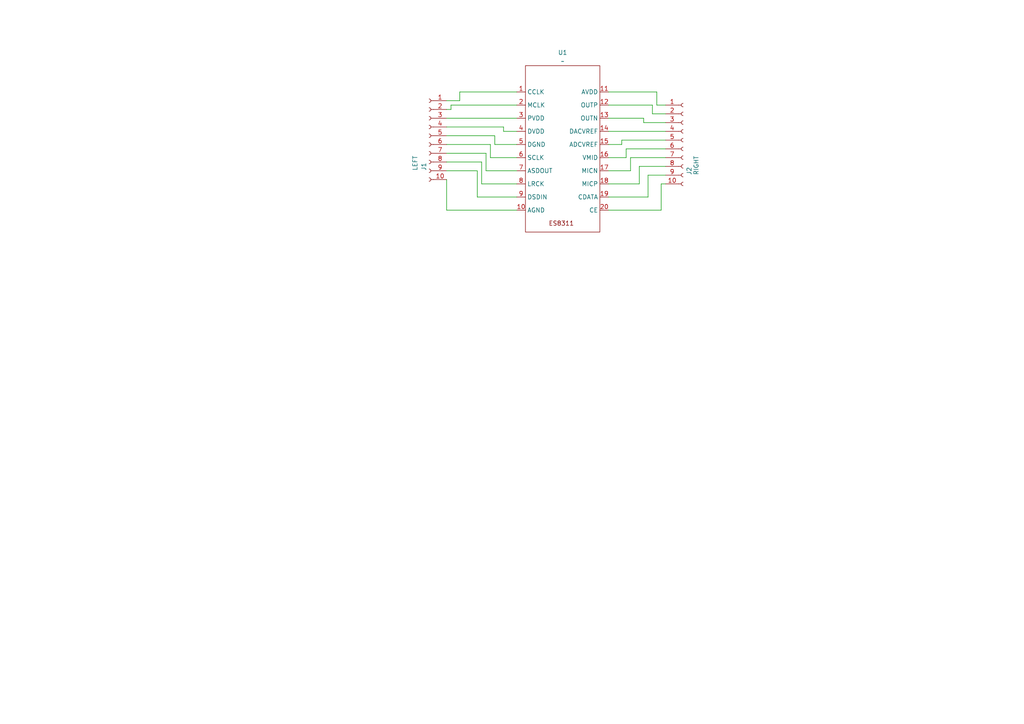
<source format=kicad_sch>
(kicad_sch (version 20231120) (generator "eeschema") (generator_version "8.0")
  (paper "A4")
  (lib_symbols
    (symbol "BreadModular_Symbols:ES8311"
      (property "Reference" "U" (at 0 0 0))
      (symbol "ES8311_0_1"
        (rectangle (start -10.16 33.02) (end 11.43 -15.24))
      )
      (symbol "ES8311_1_1"
        (text "ES8311" (at 0.254 -12.7 0) (effects (font (size 1.27 1.27))))
        (pin input line (at -12.7 25.4 0) (length 2.54) (name "CCLK") (number "1"))
        (pin input line (at -12.7 -8.89 0) (length 2.54) (name "AGND") (number "10"))
        (pin input line (at 13.97 25.4 180) (length 2.54) (name "AVDD") (number "11"))
        (pin input line (at 13.97 21.59 180) (length 2.54) (name "OUTP") (number "12"))
        (pin input line (at 13.97 17.78 180) (length 2.54) (name "OUTN") (number "13"))
        (pin input line (at 13.97 13.97 180) (length 2.54) (name "DACVREF") (number "14"))
        (pin input line (at 13.97 10.16 180) (length 2.54) (name "ADCVREF") (number "15"))
        (pin input line (at 13.97 6.35 180) (length 2.54) (name "VMID") (number "16"))
        (pin input line (at 13.97 2.54 180) (length 2.54) (name "MICN") (number "17"))
        (pin input line (at 13.97 -1.27 180) (length 2.54) (name "MICP") (number "18"))
        (pin input line (at 13.97 -5.08 180) (length 2.54) (name "CDATA") (number "19"))
        (pin input line (at -12.7 21.59 0) (length 2.54) (name "MCLK") (number "2"))
        (pin input line (at 13.97 -8.89 180) (length 2.54) (name "CE") (number "20"))
        (pin input line (at -12.7 17.78 0) (length 2.54) (name "PVDD") (number "3"))
        (pin input line (at -12.7 13.97 0) (length 2.54) (name "DVDD") (number "4"))
        (pin input line (at -12.7 10.16 0) (length 2.54) (name "DGND") (number "5"))
        (pin input line (at -12.7 6.35 0) (length 2.54) (name "SCLK") (number "6"))
        (pin input line (at -12.7 2.54 0) (length 2.54) (name "ASDOUT") (number "7"))
        (pin input line (at -12.7 -1.27 0) (length 2.54) (name "LRCK") (number "8"))
        (pin input line (at -12.7 -5.08 0) (length 2.54) (name "DSDIN") (number "9"))
      )
    )
    (symbol "Connector:Conn_01x10_Socket" (pin_names (offset 1.016) hide)
      (property "Reference" "J" (at 0 12.7 0))
      (property "Value" "Conn_01x10_Socket" (at 0 -15.24 0))
      (symbol "Conn_01x10_Socket_1_1"
        (arc (start 0 -12.192) (mid -0.5058 -12.7) (end 0 -13.208) (stroke (width 0.1524)))
        (arc (start 0 -9.652) (mid -0.5058 -10.16) (end 0 -10.668) (stroke (width 0.1524)))
        (arc (start 0 -7.112) (mid -0.5058 -7.62) (end 0 -8.128) (stroke (width 0.1524)))
        (arc (start 0 -4.572) (mid -0.5058 -5.08) (end 0 -5.588) (stroke (width 0.1524)))
        (arc (start 0 -2.032) (mid -0.5058 -2.54) (end 0 -3.048) (stroke (width 0.1524)))
        (polyline (pts (xy -1.27 -12.7) (xy -0.508 -12.7)) (stroke (width 0.1524)))
        (polyline (pts (xy -1.27 -10.16) (xy -0.508 -10.16)) (stroke (width 0.1524)))
        (polyline (pts (xy -1.27 -7.62) (xy -0.508 -7.62)) (stroke (width 0.1524)))
        (polyline (pts (xy -1.27 -5.08) (xy -0.508 -5.08)) (stroke (width 0.1524)))
        (polyline (pts (xy -1.27 -2.54) (xy -0.508 -2.54)) (stroke (width 0.1524)))
        (polyline (pts (xy -1.27 0) (xy -0.508 0)) (stroke (width 0.1524)))
        (polyline (pts (xy -1.27 2.54) (xy -0.508 2.54)) (stroke (width 0.1524)))
        (polyline (pts (xy -1.27 5.08) (xy -0.508 5.08)) (stroke (width 0.1524)))
        (polyline (pts (xy -1.27 7.62) (xy -0.508 7.62)) (stroke (width 0.1524)))
        (polyline (pts (xy -1.27 10.16) (xy -0.508 10.16)) (stroke (width 0.1524)))
        (arc (start 0 0.508) (mid -0.5058 0) (end 0 -0.508) (stroke (width 0.1524)))
        (arc (start 0 3.048) (mid -0.5058 2.54) (end 0 2.032) (stroke (width 0.1524)))
        (arc (start 0 5.588) (mid -0.5058 5.08) (end 0 4.572) (stroke (width 0.1524)))
        (arc (start 0 8.128) (mid -0.5058 7.62) (end 0 7.112) (stroke (width 0.1524)))
        (arc (start 0 10.668) (mid -0.5058 10.16) (end 0 9.652) (stroke (width 0.1524)))
        (pin passive line (at -5.08 10.16 0) (length 3.81) (name "Pin_1") (number "1"))
        (pin passive line (at -5.08 -12.7 0) (length 3.81) (name "Pin_10") (number "10"))
        (pin passive line (at -5.08 7.62 0) (length 3.81) (name "Pin_2") (number "2"))
        (pin passive line (at -5.08 5.08 0) (length 3.81) (name "Pin_3") (number "3"))
        (pin passive line (at -5.08 2.54 0) (length 3.81) (name "Pin_4") (number "4"))
        (pin passive line (at -5.08 0 0) (length 3.81) (name "Pin_5") (number "5"))
        (pin passive line (at -5.08 -2.54 0) (length 3.81) (name "Pin_6") (number "6"))
        (pin passive line (at -5.08 -5.08 0) (length 3.81) (name "Pin_7") (number "7"))
        (pin passive line (at -5.08 -7.62 0) (length 3.81) (name "Pin_8") (number "8"))
        (pin passive line (at -5.08 -10.16 0) (length 3.81) (name "Pin_9") (number "9"))
      )
    )
  )
  (wire (pts (xy 139.7 46.99) (xy 129.54 46.99)))
  (wire (pts (xy 185.42 48.26) (xy 185.42 53.34)))
  (wire (pts (xy 130.81 31.75) (xy 129.54 31.75)))
  (wire (pts (xy 129.54 60.96) (xy 129.54 52.07)))
  (wire (pts (xy 182.88 45.72) (xy 182.88 49.53)))
  (wire (pts (xy 133.35 29.21) (xy 129.54 29.21)))
  (wire (pts (xy 176.53 38.1) (xy 193.04 38.1)))
  (wire (pts (xy 130.81 30.48) (xy 130.81 31.75)))
  (wire (pts (xy 185.42 53.34) (xy 176.53 53.34)))
  (wire (pts (xy 189.23 30.48) (xy 176.53 30.48)))
  (wire (pts (xy 149.86 49.53) (xy 140.97 49.53)))
  (wire (pts (xy 193.04 33.02) (xy 189.23 33.02)))
  (wire (pts (xy 149.86 41.91) (xy 143.51 41.91)))
  (wire (pts (xy 191.77 60.96) (xy 176.53 60.96)))
  (wire (pts (xy 193.04 40.64) (xy 180.34 40.64)))
  (wire (pts (xy 138.43 49.53) (xy 129.54 49.53)))
  (wire (pts (xy 140.97 44.45) (xy 129.54 44.45)))
  (wire (pts (xy 149.86 38.1) (xy 146.05 38.1)))
  (wire (pts (xy 191.77 53.34) (xy 191.77 60.96)))
  (wire (pts (xy 180.34 41.91) (xy 176.53 41.91)))
  (wire (pts (xy 189.23 33.02) (xy 189.23 30.48)))
  (wire (pts (xy 193.04 35.56) (xy 186.69 35.56)))
  (wire (pts (xy 143.51 41.91) (xy 143.51 39.37)))
  (wire (pts (xy 193.04 48.26) (xy 185.42 48.26)))
  (wire (pts (xy 138.43 57.15) (xy 138.43 49.53)))
  (wire (pts (xy 186.69 34.29) (xy 176.53 34.29)))
  (wire (pts (xy 193.04 43.18) (xy 181.61 43.18)))
  (wire (pts (xy 133.35 26.67) (xy 133.35 29.21)))
  (wire (pts (xy 149.86 30.48) (xy 130.81 30.48)))
  (wire (pts (xy 187.96 57.15) (xy 176.53 57.15)))
  (wire (pts (xy 193.04 50.8) (xy 187.96 50.8)))
  (wire (pts (xy 149.86 53.34) (xy 139.7 53.34)))
  (wire (pts (xy 142.24 45.72) (xy 142.24 41.91)))
  (wire (pts (xy 129.54 34.29) (xy 149.86 34.29)))
  (wire (pts (xy 149.86 60.96) (xy 129.54 60.96)))
  (wire (pts (xy 190.5 30.48) (xy 190.5 26.67)))
  (wire (pts (xy 181.61 45.72) (xy 176.53 45.72)))
  (wire (pts (xy 193.04 30.48) (xy 190.5 30.48)))
  (wire (pts (xy 186.69 35.56) (xy 186.69 34.29)))
  (wire (pts (xy 187.96 50.8) (xy 187.96 57.15)))
  (wire (pts (xy 149.86 57.15) (xy 138.43 57.15)))
  (wire (pts (xy 142.24 41.91) (xy 129.54 41.91)))
  (wire (pts (xy 139.7 53.34) (xy 139.7 46.99)))
  (wire (pts (xy 190.5 26.67) (xy 176.53 26.67)))
  (wire (pts (xy 181.61 43.18) (xy 181.61 45.72)))
  (wire (pts (xy 140.97 49.53) (xy 140.97 44.45)))
  (wire (pts (xy 182.88 49.53) (xy 176.53 49.53)))
  (wire (pts (xy 146.05 38.1) (xy 146.05 36.83)))
  (wire (pts (xy 143.51 39.37) (xy 129.54 39.37)))
  (wire (pts (xy 149.86 26.67) (xy 133.35 26.67)))
  (wire (pts (xy 146.05 36.83) (xy 129.54 36.83)))
  (wire (pts (xy 193.04 53.34) (xy 191.77 53.34)))
  (wire (pts (xy 180.34 40.64) (xy 180.34 41.91)))
  (wire (pts (xy 193.04 45.72) (xy 182.88 45.72)))
  (wire (pts (xy 149.86 45.72) (xy 142.24 45.72)))
  (symbol (lib_id "BreadModular_Symbols:ES8311") (at 162.56 52.07 0) (unit 1)
    (property "Reference" "U1" (at 163.195 15.24 0))
    (property "Value" "~" (at 163.195 17.78 0))
    (property "Footprint" "Package_DFN_QFN:QFN-20-1EP_3x3mm_P0.4mm_EP1.65x1.65mm" (effects (hide yes)))
  )
  (symbol (lib_id "Connector:Conn_01x10_Socket") (at 198.12 40.64 0) (unit 1)
    (property "Reference" "J2" (at 199.898 50.8 90) (effects (justify left)))
    (property "Value" "RIGHT" (at 201.93 50.8 90) (effects (justify left)))
    (property "Footprint" "Connector_PinSocket_2.54mm:PinSocket_1x10_P2.54mm_Vertical" (effects (hide yes)))
    (property "Description" "Generic connector, single row, 01x10, script generated" (effects (hide yes)))
  )
  (symbol (lib_id "Connector:Conn_01x10_Socket") (at 124.46 39.37 0) (mirror y) (unit 1)
    (property "Reference" "J1" (at 122.936 49.53 90) (effects (justify left)))
    (property "Value" "LEFT" (at 120.396 49.53 90) (effects (justify left)))
    (property "Footprint" "Connector_PinSocket_2.54mm:PinSocket_1x10_P2.54mm_Vertical" (effects (hide yes)))
    (property "Description" "Generic connector, single row, 01x10, script generated" (effects (hide yes)))
  )
)
</source>
